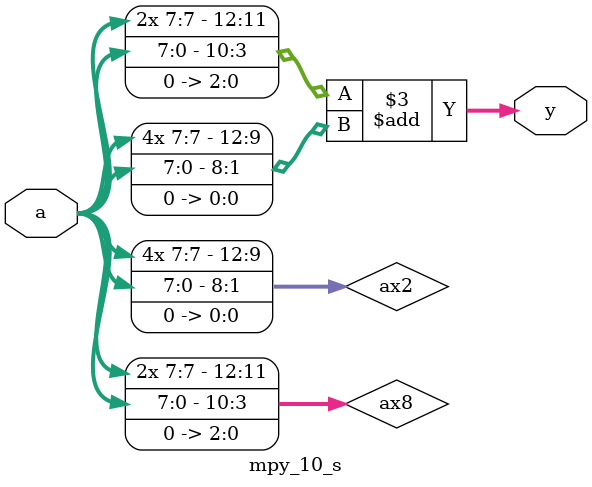
<source format=sv>

module mpy_10_s #(parameter W=8) (
	input logic signed [W-1:0] a,
	output logic signed [W+5-1:0] y
	)
	;
   logic [W+5-1:0] ax8;
   logic [W+5-1:0] ax2;



   assign ax8 = a << 3;
   assign ax2 = a << 1;

   assign y = ax8 + ax2;

endmodule: mpy_10_s
</source>
